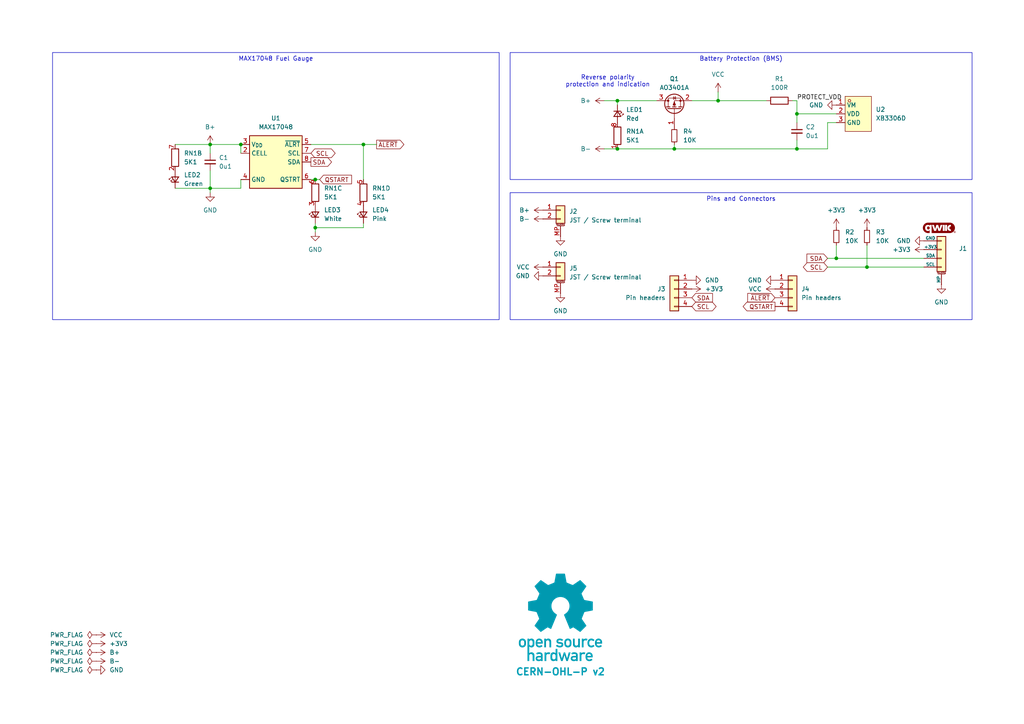
<source format=kicad_sch>
(kicad_sch (version 20231120) (generator "eeschema") (generator_version "8.0")
  (paper "A4")
  (lib_symbols
    (symbol "Connector_Generic:Conn_01x04" (pin_names (offset 1.016) hide)
      (property "Reference" "J" (at 0 5.08 0))
      (property "Value" "Conn_01x04" (at 0 -7.62 0))
      (symbol "Conn_01x04_1_1"
        (rectangle (start -1.27 -4.953) (end 0 -5.207) (stroke (width 0.1524)))
        (rectangle (start -1.27 -2.413) (end 0 -2.667) (stroke (width 0.1524)))
        (rectangle (start -1.27 0.127) (end 0 -0.127) (stroke (width 0.1524)))
        (rectangle (start -1.27 2.667) (end 0 2.413) (stroke (width 0.1524)))
        (rectangle (start -1.27 3.81) (end 1.27 -6.35) (stroke (width 0.254)) (fill (type background)))
        (pin passive line (at -5.08 2.54 0) (length 3.81) (name "Pin_1") (number "1"))
        (pin passive line (at -5.08 0 0) (length 3.81) (name "Pin_2") (number "2"))
        (pin passive line (at -5.08 -2.54 0) (length 3.81) (name "Pin_3") (number "3"))
        (pin passive line (at -5.08 -5.08 0) (length 3.81) (name "Pin_4") (number "4"))
      )
    )
    (symbol "Connector_Generic_MountingPin:Conn_01x02_MountingPin" (pin_names (offset 1.016) hide)
      (property "Reference" "J" (at 0 2.54 0))
      (property "Value" "Conn_01x02_MountingPin" (at 1.27 -5.08 0))
      (symbol "Conn_01x02_MountingPin_1_1"
        (rectangle (start -1.27 -2.413) (end 0 -2.667) (stroke (width 0.1524)))
        (rectangle (start -1.27 0.127) (end 0 -0.127) (stroke (width 0.1524)))
        (rectangle (start -1.27 1.27) (end 1.27 -3.81) (stroke (width 0.254)) (fill (type background)))
        (polyline (pts (xy -1.016 -4.572) (xy 1.016 -4.572)) (stroke (width 0.1524)))
        (text "Mounting" (at 0 -4.191 0) (effects (font (size 0.381 0.381))))
        (pin passive line (at -5.08 0 0) (length 3.81) (name "Pin_1") (number "1"))
        (pin passive line (at -5.08 -2.54 0) (length 3.81) (name "Pin_2") (number "2"))
        (pin passive line (at 0 -7.62 90) (length 3.048) (name "MountPin") (number "MP"))
      )
    )
    (symbol "Device:C_Small" (pin_numbers hide) (pin_names (offset 0.254) hide)
      (property "Reference" "C" (at 0.254 1.778 0))
      (property "Value" "C_Small" (at 0.254 -2.032 0))
      (symbol "C_Small_0_1"
        (polyline (pts (xy -1.524 -0.508) (xy 1.524 -0.508)) (stroke (width 0.3302)))
        (polyline (pts (xy -1.524 0.508) (xy 1.524 0.508)) (stroke (width 0.3048)))
      )
      (symbol "C_Small_1_1"
        (pin passive line (at 0 2.54 270) (length 2.032) (name "~") (number "1"))
        (pin passive line (at 0 -2.54 90) (length 2.032) (name "~") (number "2"))
      )
    )
    (symbol "Device:LED_Small" (pin_numbers hide) (pin_names (offset 0.254) hide)
      (property "Reference" "D" (at -1.27 3.175 0))
      (property "Value" "LED_Small" (at -4.445 -2.54 0))
      (symbol "LED_Small_0_1"
        (polyline (pts (xy -0.762 -1.016) (xy -0.762 1.016)) (stroke (width 0.254)))
        (polyline (pts (xy 1.016 0) (xy -0.762 0)))
        (polyline (pts (xy 0.762 -1.016) (xy -0.762 0) (xy 0.762 1.016) (xy 0.762 -1.016)) (stroke (width 0.254)))
        (polyline (pts (xy 0 0.762) (xy -0.508 1.27) (xy -0.254 1.27) (xy -0.508 1.27) (xy -0.508 1.016)))
        (polyline (pts (xy 0.508 1.27) (xy 0 1.778) (xy 0.254 1.778) (xy 0 1.778) (xy 0 1.524)))
      )
      (symbol "LED_Small_1_1"
        (pin passive line (at -2.54 0 0) (length 1.778) (name "K") (number "1"))
        (pin passive line (at 2.54 0 180) (length 1.778) (name "A") (number "2"))
      )
    )
    (symbol "Device:R" (pin_numbers hide) (pin_names (offset 0))
      (property "Reference" "R" (at 2.032 0 90))
      (property "Value" "R" (at 0 0 90))
      (symbol "R_0_1"
        (rectangle (start -1.016 -2.54) (end 1.016 2.54) (stroke (width 0.254)))
      )
      (symbol "R_1_1"
        (pin passive line (at 0 3.81 270) (length 1.27) (name "~") (number "1"))
        (pin passive line (at 0 -3.81 90) (length 1.27) (name "~") (number "2"))
      )
    )
    (symbol "Device:R_Pack04_Split" (pin_names (offset 0) hide)
      (property "Reference" "RN" (at 2.032 0 90))
      (property "Value" "R_Pack04_Split" (at 0 0 90))
      (symbol "R_Pack04_Split_0_1"
        (rectangle (start 1.016 2.54) (end -1.016 -2.54) (stroke (width 0.254)))
      )
      (symbol "R_Pack04_Split_1_1"
        (pin passive line (at 0 -3.81 90) (length 1.27) (name "R1.1") (number "1"))
        (pin passive line (at 0 3.81 270) (length 1.27) (name "R1.2") (number "8"))
      )
      (symbol "R_Pack04_Split_2_1"
        (pin passive line (at 0 -3.81 90) (length 1.27) (name "R2.1") (number "2"))
        (pin passive line (at 0 3.81 270) (length 1.27) (name "R2.2") (number "7"))
      )
      (symbol "R_Pack04_Split_3_1"
        (pin passive line (at 0 -3.81 90) (length 1.27) (name "R3.1") (number "3"))
        (pin passive line (at 0 3.81 270) (length 1.27) (name "R3.2") (number "6"))
      )
      (symbol "R_Pack04_Split_4_1"
        (pin passive line (at 0 -3.81 90) (length 1.27) (name "R4.1") (number "4"))
        (pin passive line (at 0 3.81 270) (length 1.27) (name "R4.2") (number "5"))
      )
    )
    (symbol "Device:R_Small" (pin_numbers hide) (pin_names (offset 0.254) hide)
      (property "Reference" "R" (at 0.762 0.508 0))
      (property "Value" "R_Small" (at 0.762 -1.016 0))
      (symbol "R_Small_0_1"
        (rectangle (start -0.762 1.778) (end 0.762 -1.778) (stroke (width 0.2032)))
      )
      (symbol "R_Small_1_1"
        (pin passive line (at 0 2.54 270) (length 0.762) (name "~") (number "1"))
        (pin passive line (at 0 -2.54 90) (length 0.762) (name "~") (number "2"))
      )
    )
    (symbol "Transistor_FET:AO3401A" (pin_names hide)
      (property "Reference" "Q" (at 5.08 1.905 0))
      (property "Value" "AO3401A" (at 5.08 0 0))
      (symbol "AO3401A_0_1"
        (polyline (pts (xy 0.254 0) (xy -2.54 0)))
        (polyline (pts (xy 0.254 1.905) (xy 0.254 -1.905)) (stroke (width 0.254)))
        (polyline (pts (xy 0.762 -1.27) (xy 0.762 -2.286)) (stroke (width 0.254)))
        (polyline (pts (xy 0.762 0.508) (xy 0.762 -0.508)) (stroke (width 0.254)))
        (polyline (pts (xy 0.762 2.286) (xy 0.762 1.27)) (stroke (width 0.254)))
        (polyline (pts (xy 2.54 2.54) (xy 2.54 1.778)))
        (polyline (pts (xy 2.54 -2.54) (xy 2.54 0) (xy 0.762 0)))
        (polyline (pts (xy 0.762 1.778) (xy 3.302 1.778) (xy 3.302 -1.778) (xy 0.762 -1.778)))
        (polyline (pts (xy 2.286 0) (xy 1.27 0.381) (xy 1.27 -0.381) (xy 2.286 0)) (fill (type outline)))
        (polyline (pts (xy 2.794 -0.508) (xy 2.921 -0.381) (xy 3.683 -0.381) (xy 3.81 -0.254)))
        (polyline (pts (xy 3.302 -0.381) (xy 2.921 0.254) (xy 3.683 0.254) (xy 3.302 -0.381)))
        (circle (center 1.651 0) (radius 2.794) (stroke (width 0.254)))
        (circle (center 2.54 -1.778) (radius 0.254) (fill (type outline)))
        (circle (center 2.54 1.778) (radius 0.254) (fill (type outline)))
      )
      (symbol "AO3401A_1_1"
        (pin input line (at -5.08 0 0) (length 2.54) (name "G") (number "1"))
        (pin passive line (at 2.54 -5.08 90) (length 2.54) (name "S") (number "2"))
        (pin passive line (at 2.54 5.08 270) (length 2.54) (name "D") (number "3"))
      )
    )
    (symbol "connectors:Qwiic" (pin_numbers hide) (pin_names (offset 0))
      (property "Reference" "J" (at 2.54 0 0))
      (symbol "Qwiic_1_0"
        (polyline (pts (xy 3.8814 5.2319) (xy 3.8938 5.2307) (xy 3.9055 5.2287) (xy 3.9111 5.2274) (xy 3.9164 5.226) (xy 3.9216 5.2243) (xy 3.9265 5.2225) (xy 3.9312 5.2204) (xy 3.9358 5.2182) (xy 3.9401 5.2158) (xy 3.9442 5.2132) (xy 3.9482 5.2105) (xy 3.9519 5.2075) (xy 3.9554 5.2044) (xy 3.9586 5.2011) (xy 3.9617 5.1977) (xy 3.9645 5.194) (xy 3.9672 5.1902) (xy 3.9696 5.1863) (xy 3.9718 5.1821) (xy 3.9737 5.1779) (xy 3.9755 5.1734) (xy 3.977 5.1688) (xy 3.9783 5.164) (xy 3.9793 5.1591) (xy 3.9801 5.154) (xy 3.9807 5.1488) (xy 3.9811 5.1434) (xy 3.9812 5.1378) (xy 3.981 5.1299) (xy 3.9803 5.1223) (xy 3.9793 5.115) (xy 3.9778 5.108) (xy 3.9759 5.1013) (xy 3.9735 5.0949) (xy 3.9708 5.0888) (xy 3.9677 5.0831) (xy 3.9642 5.0777) (xy 3.9603 5.0726) (xy 3.956 5.0678) (xy 3.9513 5.0634) (xy 3.9462 5.0594) (xy 3.9408 5.0556) (xy 3.935 5.0522) (xy 3.9289 5.0492) (xy 3.9888 4.9581) (xy 3.9187 4.9581) (xy 3.8749 5.0374) (xy 3.8124 5.0374) (xy 3.8124 4.9581) (xy 3.7517 4.9581) (xy 3.7517 5.0864) (xy 3.8124 5.0864) (xy 3.8681 5.0864) (xy 3.8744 5.0866) (xy 3.8775 5.0868) (xy 3.8804 5.0872) (xy 3.8833 5.0876) (xy 3.886 5.0882) (xy 3.8887 5.0889) (xy 3.8913 5.0896) (xy 3.8938 5.0905) (xy 3.8962 5.0914) (xy 3.8985 5.0925) (xy 3.9007 5.0936) (xy 3.9028 5.0948) (xy 3.9048 5.0962) (xy 3.9067 5.0976) (xy 3.9085 5.0991) (xy 3.9102 5.1007) (xy 3.9118 5.1024) (xy 3.9133 5.1042) (xy 3.9147 5.1061) (xy 3.916 5.108) (xy 3.9172 5.1101) (xy 3.9183 5.1122) (xy 3.9193 5.1145) (xy 3.9201 5.1168) (xy 3.9209 5.1192) (xy 3.9215 5.1217) (xy 3.922 5.1242) (xy 3.9225 5.1269) (xy 3.9227 5.1296) (xy 3.9229 5.1324) (xy 3.923 5.1353) (xy 3.9229 5.1382) (xy 3.9227 5.141) (xy 3.9225 5.1437) (xy 3.922 5.1463) (xy 3.9215 5.1489) (xy 3.9209 5.1513) (xy 3.9201 5.1537) (xy 3.9193 5.156) (xy 3.9183 5.1582) (xy 3.9172 5.1603) (xy 3.916 5.1623) (xy 3.9147 5.1642) (xy 3.9133 5.1661) (xy 3.9118 5.1678) (xy 3.9102 5.1695) (xy 3.9085 5.171) (xy 3.9067 5.1725) (xy 3.9048 5.1739) (xy 3.9028 5.1752) (xy 3.9007 5.1764) (xy 3.8985 5.1775) (xy 3.8962 5.1785) (xy 3.8938 5.1794) (xy 3.8913 5.1803) (xy 3.8887 5.181) (xy 3.886 5.1816) (xy 3.8833 5.1822) (xy 3.8804 5.1826) (xy 3.8775 5.1829) (xy 3.8744 5.1832) (xy 3.8713 5.1833) (xy 3.8681 5.1834) (xy 3.8124 5.1834) (xy 3.8124 5.0864) (xy 3.7517 5.0864) (xy 3.7517 5.2323) (xy 3.8681 5.2323) (xy 3.8814 5.2319)) (stroke (width -0.0001)) (fill (type outline)))
        (polyline (pts (xy -3.7615 6.7106) (xy -3.7413 6.7091) (xy -3.7216 6.7066) (xy -3.7023 6.7032) (xy -3.6835 6.6987) (xy -3.6652 6.6934) (xy -3.6474 6.6871) (xy -3.6301 6.6799) (xy -3.6134 6.6718) (xy -3.5972 6.6629) (xy -3.5815 6.6531) (xy -3.5665 6.6424) (xy -3.552 6.631) (xy -3.5381 6.6187) (xy -3.5249 6.6056) (xy -3.5123 6.5917) (xy -3.5003 6.5771) (xy -3.489 6.5617) (xy -3.4784 6.5456) (xy -3.4685 6.5288) (xy -3.4593 6.5113) (xy -3.4508 6.4931) (xy -3.443 6.4742) (xy -3.4361 6.4547) (xy -3.4298 6.4345) (xy -3.4244 6.4137) (xy -3.4197 6.3923) (xy -3.4159 6.3704) (xy -3.4129 6.3478) (xy -3.4107 6.3247) (xy -3.4094 6.3011) (xy -3.409 6.2769) (xy -3.4094 6.253) (xy -3.4107 6.2296) (xy -3.4129 6.2067) (xy -3.4159 6.1844) (xy -3.4197 6.1626) (xy -3.4244 6.1413) (xy -3.4298 6.1206) (xy -3.4361 6.1005) (xy -3.443 6.081) (xy -3.4508 6.0622) (xy -3.4593 6.044) (xy -3.4685 6.0265) (xy -3.4784 6.0096) (xy -3.489 5.9934) (xy -3.5003 5.978) (xy -3.5123 5.9633) (xy -3.5249 5.9494) (xy -3.5381 5.9362) (xy -3.552 5.9238) (xy -3.5665 5.9123) (xy -3.5815 5.9015) (xy -3.5972 5.8916) (xy -3.6134 5.8825) (xy -3.6301 5.8744) (xy -3.6474 5.8671) (xy -3.6652 5.8607) (xy -3.6835 5.8553) (xy -3.7023 5.8508) (xy -3.7216 5.8473) (xy -3.7413 5.8448) (xy -3.7615 5.8432) (xy -3.7821 5.8427) (xy -3.803 5.8432) (xy -3.8234 5.8448) (xy -3.8434 5.8473) (xy -3.8629 5.8508) (xy -3.8819 5.8553) (xy -3.9004 5.8607) (xy -3.9184 5.8671) (xy -3.9359 5.8744) (xy -3.9528 5.8825) (xy -3.9691 5.8916) (xy -3.9849 5.9015) (xy -4.0001 5.9123) (xy -4.0147 5.9238) (xy -4.0286 5.9362) (xy -4.042 5.9494) (xy -4.0547 5.9633) (xy -4.0667 5.978) (xy -4.0781 5.9934) (xy -4.0887 6.0096) (xy -4.0987 6.0265) (xy -4.108 6.044) (xy -4.1165 6.0622) (xy -4.1242 6.081) (xy -4.1313 6.1005) (xy -4.1375 6.1206) (xy -4.143 6.1413) (xy -4.1476 6.1626) (xy -4.1515 6.1844) (xy -4.1545 6.2067) (xy -4.1567 6.2296) (xy -4.158 6.253) (xy -4.1584 6.2769) (xy -4.158 6.3008) (xy -4.1567 6.3242) (xy -4.1545 6.3471) (xy -4.1515 6.3694) (xy -4.1476 6.3913) (xy -4.143 6.4125) (xy -4.1375 6.4332) (xy -4.1313 6.4533) (xy -4.1242 6.4728) (xy -4.1165 6.4916) (xy -4.108 6.5098) (xy -4.0987 6.5274) (xy -4.0887 6.5442) (xy -4.0781 6.5604) (xy -4.0667 6.5758) (xy -4.0547 6.5905) (xy -4.042 6.6045) (xy -4.0286 6.6176) (xy -4.0147 6.63) (xy -4.0001 6.6416) (xy -3.9849 6.6523) (xy -3.9691 6.6622) (xy -3.9528 6.6713) (xy -3.9359 6.6795) (xy -3.9184 6.6867) (xy -3.9004 6.6931) (xy -3.8819 6.6985) (xy -3.8629 6.703) (xy -3.8434 6.7065) (xy -3.8234 6.7091) (xy -3.803 6.7106) (xy -3.7821 6.7111) (xy -3.7615 6.7106)) (stroke (width -0.0001)) (fill (type outline)))
        (polyline (pts (xy 3.8755 5.3729) (xy 3.8902 5.3717) (xy 3.9046 5.3699) (xy 3.9188 5.3674) (xy 3.9327 5.3642) (xy 3.9464 5.3603) (xy 3.9597 5.3558) (xy 3.9727 5.3506) (xy 3.9854 5.3448) (xy 3.9977 5.3385) (xy 4.0097 5.3316) (xy 4.0212 5.3241) (xy 4.0324 5.3161) (xy 4.0431 5.3076) (xy 4.0534 5.2986) (xy 4.0633 5.2891) (xy 4.0726 5.2791) (xy 4.0815 5.2687) (xy 4.0899 5.2579) (xy 4.0978 5.2467) (xy 4.1051 5.2351) (xy 4.1119 5.2231) (xy 4.1181 5.2108) (xy 4.1237 5.1981) (xy 4.1287 5.1851) (xy 4.1332 5.1719) (xy 4.1369 5.1583) (xy 4.1401 5.1445) (xy 4.1425 5.1305) (xy 4.1443 5.1163) (xy 4.1454 5.1018) (xy 4.1457 5.0872) (xy 4.1454 5.0726) (xy 4.1443 5.0582) (xy 4.1425 5.044) (xy 4.14 5.03) (xy 4.1369 5.0162) (xy 4.1331 5.0027) (xy 4.1286 4.9894) (xy 4.1236 4.9764) (xy 4.1179 4.9637) (xy 4.1117 4.9513) (xy 4.1048 4.9392) (xy 4.0975 4.9275) (xy 4.0895 4.9162) (xy 4.0811 4.9053) (xy 4.0722 4.8948) (xy 4.0627 4.8848) (xy 4.0528 4.8752) (xy 4.0425 4.8661) (xy 4.0317 4.8574) (xy 4.0204 4.8493) (xy 4.0088 4.8418) (xy 3.9968 4.8347) (xy 3.9844 4.8283) (xy 3.9717 4.8225) (xy 3.9586 4.8172) (xy 3.9452 4.8126) (xy 3.9315 4.8087) (xy 3.9174 4.8054) (xy 3.9032 4.8028) (xy 3.8886 4.801) (xy 3.8738 4.7998) (xy 3.8588 4.7995) (xy 3.8439 4.7998) (xy 3.8292 4.801) (xy 3.8148 4.8028) (xy 3.8006 4.8053) (xy 3.7867 4.8086) (xy 3.7731 4.8125) (xy 3.7598 4.817) (xy 3.7468 4.8222) (xy 3.7341 4.828) (xy 3.7219 4.8344) (xy 3.7099 4.8413) (xy 3.6984 4.8488) (xy 3.6873 4.8568) (xy 3.6766 4.8654) (xy 3.6664 4.8744) (xy 3.6566 4.8839) (xy 3.6472 4.8939) (xy 3.6384 4.9043) (xy 3.63 4.9152) (xy 3.6222 4.9264) (xy 3.6149 4.938) (xy 3.6082 4.95) (xy 3.602 4.9623) (xy 3.5964 4.975) (xy 3.5914 4.9879) (xy 3.587 5.0011) (xy 3.5833 5.0146) (xy 3.5801 5.0284) (xy 3.5777 5.0424) (xy 3.5759 5.0566) (xy 3.5749 5.071) (xy 3.5745 5.0855) (xy 3.6352 5.0855) (xy 3.6355 5.0741) (xy 3.6364 5.0628) (xy 3.6377 5.0517) (xy 3.6397 5.0408) (xy 3.6421 5.0301) (xy 3.645 5.0195) (xy 3.6485 5.0092) (xy 3.6524 4.9991) (xy 3.6568 4.9892) (xy 3.6616 4.9796) (xy 3.6669 4.9703) (xy 3.6726 4.9613) (xy 3.6788 4.9525) (xy 3.6853 4.9441) (xy 3.6923 4.936) (xy 3.6996 4.9282) (xy 3.7073 4.9209) (xy 3.7153 4.9138) (xy 3.7237 4.9072) (xy 3.7325 4.901) (xy 3.7415 4.8952) (xy 3.7509 4.8898) (xy 3.7606 4.8848) (xy 3.7705 4.8803) (xy 3.7807 4.8763) (xy 3.7912 4.8728) (xy 3.8019 4.8698) (xy 3.8129 4.8673) (xy 3.8241 4.8653) (xy 3.8355 4.8639) (xy 3.8471 4.863) (xy 3.8588 4.8627) (xy 3.8708 4.863) (xy 3.8825 4.8639) (xy 3.8941 4.8654) (xy 3.9054 4.8674) (xy 3.9165 4.8699) (xy 3.9273 4.873) (xy 3.9379 4.8765) (xy 3.9483 4.8806) (xy 3.9583 4.8852) (xy 3.9681 4.8902) (xy 3.9776 4.8956) (xy 3.9868 4.9015) (xy 3.9956 4.9078) (xy 4.0041 4.9145) (xy 4.0122 4.9216) (xy 4.02 4.9291) (xy 4.0274 4.9369) (xy 4.0344 4.9451) (xy 4.041 4.9536) (xy 4.0472 4.9624) (xy 4.053 4.9715) (xy 4.0584 4.9809) (xy 4.0632 4.9906) (xy 4.0677 5.0005) (xy 4.0716 5.0107) (xy 4.0751 5.021) (xy 4.0781 5.0316) (xy 4.0805 5.0424) (xy 4.0824 5.0534) (xy 4.0838 5.0645) (xy 4.0847 5.0758) (xy 4.085 5.0872) (xy 4.0847 5.0986) (xy 4.0838 5.1099) (xy 4.0825 5.121) (xy 4.0805 5.1319) (xy 4.0781 5.1426) (xy 4.0751 5.1532) (xy 4.0716 5.1635) (xy 4.0677 5.1736) (xy 4.0633 5.1835) (xy 4.0584 5.1931) (xy 4.0531 5.2024) (xy 4.0473 5.2114) (xy 4.0412 5.2202) (xy 4.0346 5.2286) (xy 4.0276 5.2367) (xy 4.0202 5.2444) (xy 4.0125 5.2518) (xy 4.0044 5.2589) (xy 3.9959 5.2655) (xy 3.9872 5.2717) (xy 3.9781 5.2775) (xy 3.9687 5.2829) (xy 3.959 5.2879) (xy 3.949 5.2923) (xy 3.9388 5.2964) (xy 3.9282 5.2999) (xy 3.9175 5.3029) (xy 3.9065 5.3054) (xy 3.8953 5.3074) (xy 3.8839 5.3088) (xy 3.8723 5.3097) (xy 3.8605 5.3099) (xy 3.8487 5.3096) (xy 3.837 5.3088) (xy 3.8255 5.3073) (xy 3.8143 5.3053) (xy 3.8032 5.3028) (xy 3.7924 5.2997) (xy 3.7819 5.2961) (xy 3.7716 5.2921) (xy 3.7616 5.2875) (xy 3.7518 5.2825) (xy 3.7424 5.2771) (xy 3.7333 5.2712) (xy 3.7245 5.2649) (xy 3.716 5.2582) (xy 3.7079 5.2511) (xy 3.7001 5.2436) (xy 3.6927 5.2358) (xy 3.6857 5.2276) (xy 3.6791 5.2191) (xy 3.6729 5.2103) (xy 3.6672 5.2012) (xy 3.6618 5.1918) (xy 3.6569 5.1821) (xy 3.6525 5.1722) (xy 3.6486 5.162) (xy 3.6451 5.1516) (xy 3.6421 5.1411) (xy 3.6397 5.1303) (xy 3.6378 5.1193) (xy 3.6364 5.1082) (xy 3.6355 5.0969) (xy 3.6352 5.0855) (xy 3.5745 5.0855) (xy 3.5749 5.1001) (xy 3.5759 5.1145) (xy 3.5777 5.1287) (xy 3.5802 5.1427) (xy 3.5833 5.1565) (xy 3.5871 5.17) (xy 3.5915 5.1833) (xy 3.5965 5.1963) (xy 3.6022 5.209) (xy 3.6084 5.2214) (xy 3.6152 5.2335) (xy 3.6225 5.2451) (xy 3.6304 5.2565) (xy 3.6388 5.2674) (xy 3.6477 5.2779) (xy 3.6571 5.2879) (xy 3.6669 5.2975) (xy 3.6773 5.3066) (xy 3.688 5.3152) (xy 3.6992 5.3234) (xy 3.7108 5.3309) (xy 3.7228 5.3379) (xy 3.7351 5.3444) (xy 3.7479 5.3502) (xy 3.7609 5.3555) (xy 3.7743 5.3601) (xy 3.788 5.364) (xy 3.802 5.3673) (xy 3.8162 5.3699) (xy 3.8308 5.3717) (xy 3.8455 5.3729) (xy 3.8605 5.3732) (xy 3.8755 5.3729)) (stroke (width -0.0001)) (fill (type outline)))
        (polyline (pts (xy 2.4941 7.8075) (xy 2.5708 7.8016) (xy 2.6463 7.792) (xy 2.7206 7.7788) (xy 2.7936 7.7619) (xy 2.8652 7.7416) (xy 2.9354 7.7179) (xy 3.0039 7.6908) (xy 3.0708 7.6606) (xy 3.1358 7.6273) (xy 3.199 7.5909) (xy 3.2603 7.5517) (xy 3.3194 7.5096) (xy 3.3765 7.4648) (xy 3.4312 7.4174) (xy 3.4836 7.3674) (xy 3.5336 7.315) (xy 3.581 7.2602) (xy 3.6259 7.2032) (xy 3.6679 7.144) (xy 3.7072 7.0828) (xy 3.7435 7.0196) (xy 3.7769 6.9545) (xy 3.8071 6.8877) (xy 3.8341 6.8191) (xy 3.8578 6.749) (xy 3.8782 6.6774) (xy 3.895 6.6044) (xy 3.9083 6.53) (xy 3.9179 6.4545) (xy 3.9237 6.3779) (xy 3.9257 6.3002) (xy 3.9237 6.2225) (xy 3.9179 6.1459) (xy 3.9083 6.0703) (xy 3.895 5.996) (xy 3.8782 5.923) (xy 3.8578 5.8514) (xy 3.8341 5.7813) (xy 3.8071 5.7127) (xy 3.7769 5.6459) (xy 3.7435 5.5808) (xy 3.7072 5.5176) (xy 3.6679 5.4564) (xy 3.6259 5.3972) (xy 3.581 5.3402) (xy 3.5336 5.2854) (xy 3.4836 5.233) (xy 3.4312 5.183) (xy 3.3765 5.1356) (xy 3.3194 5.0908) (xy 3.2603 5.0487) (xy 3.199 5.0095) (xy 3.1358 4.9731) (xy 3.0708 4.9398) (xy 3.0039 4.9096) (xy 2.9354 4.8825) (xy 2.8652 4.8588) (xy 2.7936 4.8385) (xy 2.7206 4.8216) (xy 2.6463 4.8083) (xy 2.5708 4.7988) (xy 2.4941 4.7929) (xy 2.4164 4.791) (xy -2.8365 4.791) (xy -2.8365 7.155) (xy -2.7464 7.155) (xy -2.1128 5.4149) (xy -1.5467 5.4149) (xy -1.2122 6.4892) (xy -0.8809 5.4149) (xy -0.3148 5.4149) (xy 0.3863 5.4149) (xy 0.9555 5.4149) (xy 1.0713 5.4149) (xy 1.6406 5.4149) (xy 1.6406 6.2769) (xy 1.7435 6.2769) (xy 1.7445 6.2277) (xy 1.7476 6.1796) (xy 1.7527 6.1325) (xy 1.7599 6.0867) (xy 1.7689 6.042) (xy 1.78 5.9985) (xy 1.7929 5.9563) (xy 1.8076 5.9153) (xy 1.8243 5.8757) (xy 1.8427 5.8374) (xy 1.8628 5.8004) (xy 1.8848 5.7649) (xy 1.9084 5.7307) (xy 1.9337 5.6981) (xy 1.9606 5.6669) (xy 1.9891 5.6373) (xy 2.0192 5.6092) (xy 2.0509 5.5827) (xy 2.084 5.5578) (xy 2.1187 5.5345) (xy 2.1547 5.513) (xy 2.1922 5.4931) (xy 2.2311 5.475) (xy 2.2713 5.4587) (xy 2.3128 5.4442) (xy 2.3557 5.4315) (xy 2.3997 5.4206) (xy 2.445 5.4117) (xy 2.4915 5.4047) (xy 2.5391 5.3997) (xy 2.5878 5.3966) (xy 2.6376 5.3956) (xy 2.6527 5.3957) (xy 2.6677 5.396) (xy 2.6825 5.3965) (xy 2.6973 5.3971) (xy 2.712 5.3979) (xy 2.7265 5.3989) (xy 2.7554 5.4013) (xy 2.7554 5.8674) (xy 2.7447 5.8655) (xy 2.7339 5.8638) (xy 2.723 5.8623) (xy 2.712 5.8611) (xy 2.7009 5.8601) (xy 2.6896 5.8594) (xy 2.6782 5.8589) (xy 2.6666 5.8588) (xy 2.6475 5.8593) (xy 2.6288 5.8607) (xy 2.6104 5.8631) (xy 2.5926 5.8665) (xy 2.5751 5.8707) (xy 2.5581 5.8759) (xy 2.5415 5.8819) (xy 2.5255 5.8889) (xy 2.5099 5.8967) (xy 2.4948 5.9053) (xy 2.4802 5.9148) (xy 2.4662 5.9251) (xy 2.4527 5.9362) (xy 2.4398 5.9481) (xy 2.4275 5.9607) (xy 2.4157 5.9742) (xy 2.4045 5.9883) (xy 2.394 6.0032) (xy 2.3841 6.0188) (xy 2.3748 6.0351) (xy 2.3662 6.0521) (xy 2.3583 6.0698) (xy 2.3511 6.0881) (xy 2.3445 6.1071) (xy 2.3387 6.1267) (xy 2.3336 6.1469) (xy 2.3293 6.1677) (xy 2.3257 6.1891) (xy 2.3208 6.2335) (xy 2.3192 6.2801) (xy 2.3196 6.3034) (xy 2.3208 6.3262) (xy 2.3229 6.3485) (xy 2.3257 6.3703) (xy 2.3293 6.3915) (xy 2.3336 6.4122) (xy 2.3387 6.4323) (xy 2.3445 6.4518) (xy 2.3511 6.4707) (xy 2.3583 6.489) (xy 2.3662 6.5067) (xy 2.3748 6.5237) (xy 2.3841 6.54) (xy 2.394 6.5557) (xy 2.4045 6.5706) (xy 2.4157 6.5849) (xy 2.4275 6.5984) (xy 2.4398 6.6111) (xy 2.4527 6.6231) (xy 2.4662 6.6343) (xy 2.4802 6.6447) (xy 2.4948 6.6543) (xy 2.5099 6.663) (xy 2.5255 6.6709) (xy 2.5415 6.6779) (xy 2.5581 6.6841) (xy 2.5751 6.6893) (xy 2.5926 6.6937) (xy 2.6104 6.6971) (xy 2.6288 6.6995) (xy 2.6475 6.701) (xy 2.6666 6.7015) (xy 2.6782 6.7013) (xy 2.6896 6.7008) (xy 2.7009 6.7) (xy 2.712 6.6989) (xy 2.7231 6.6976) (xy 2.7339 6.696) (xy 2.7447 6.6941) (xy 2.7554 6.6921) (xy 2.7554 7.1687) (xy 2.728 7.171) (xy 2.7142 7.172) (xy 2.7004 7.1728) (xy 2.6864 7.1734) (xy 2.6724 7.1739) (xy 2.6583 7.1742) (xy 2.644 7.1743) (xy 2.5939 7.1732) (xy 2.5449 7.1701) (xy 2.497 7.165) (xy 2.4502 7.1579) (xy 2.4046 7.1488) (xy 2.3603 7.1378) (xy 2.3172 7.1249) (xy 2.2754 7.1101) (xy 2.2349 7.0934) (xy 2.1957 7.075) (xy 2.158 7.0548) (xy 2.1216 7.0328) (xy 2.0868 7.0092) (xy 2.0534 6.9838) (xy 2.0215 6.9568) (xy 1.9911 6.9282) (xy 1.9624 6.8981) (xy 1.9352 6.8663) (xy 1.9098 6.8331) (xy 1.8859 6.7983) (xy 1.8639 6.7621) (xy 1.8435 6.7245) (xy 1.825 6.6855) (xy 1.8082 6.6451) (xy 1.7933 6.6034) (xy 1.7803 6.5604) (xy 1.7692 6.5161) (xy 1.76 6.4706) (xy 1.7528 6.4239) (xy 1.7476 6.376) (xy 1.7445 6.327) (xy 1.7435 6.2769) (xy 1.6406 6.2769) (xy 1.6406 7.155) (xy 1.0713 7.155) (xy 1.0713 5.4149) (xy 0.9555 5.4149) (xy 0.9555 7.155) (xy 0.3863 7.155) (xy 0.3863 5.4149) (xy -0.3148 5.4149) (xy 0.322 7.155) (xy -0.2377 7.155) (xy -0.585 5.9778) (xy -0.9292 7.155) (xy -1.476 7.155) (xy -1.8169 5.9778) (xy -2.1643 7.155) (xy -2.7464 7.155) (xy -2.8365 7.155) (xy -3.409 7.155) (xy -3.409 6.9266) (xy -3.4325 6.9554) (xy -3.4575 6.9825) (xy -3.4837 7.008) (xy -3.5113 7.0318) (xy -3.5401 7.0539) (xy -3.5702 7.0742) (xy -3.6016 7.0928) (xy -3.6341 7.1096) (xy -3.6679 7.1245) (xy -3.7028 7.1375) (xy -3.739 7.1486) (xy -3.7762 7.1578) (xy -3.8147 7.1649) (xy -3.8542 7.1701) (xy -3.8948 7.1732) (xy -3.9365 7.1743) (xy -3.9809 7.1733) (xy -4.0244 7.1702) (xy -4.0669 7.1652) (xy -4.1084 7.1582) (xy -4.1487 7.1493) (xy -4.1881 7.1384) (xy -4.2262 7.1257) (xy -4.2633 7.1112) (xy -4.2992 7.0949) (xy -4.3338 7.0768) (xy -4.3673 7.0569) (xy -4.3995 7.0354) (xy -4.4304 7.0121) (xy -4.4599 6.9873) (xy -4.4882 6.9607) (xy -4.515 6.9327) (xy -4.5405 6.903) (xy -4.5645 6.8718) (xy -4.587 6.8392) (xy -4.6081 6.8051) (xy -4.6277 6.7695) (xy -4.6457 6.7326) (xy -4.6621 6.6942) (xy -4.6769 6.6546) (xy -4.6901 6.6136) (xy -4.7016 6.5714) (xy -4.7114 6.5279) (xy -4.7195 6.4832) (xy -4.7259 6.4374) (xy -4.7304 6.3904) (xy -4.7332 6.3422) (xy -4.7341 6.293) (xy -4.7332 6.2429) (xy -4.7304 6.1938) (xy -4.7258 6.1459) (xy -4.7194 6.0992) (xy -4.7112 6.0536) (xy -4.7012 6.0092) (xy -4.6896 5.9661) (xy -4.6762 5.9243) (xy -4.6612 5.8838) (xy -4.6446 5.8447) (xy -4.6264 5.8069) (xy -4.6066 5.7706) (xy -4.5852 5.7357) (xy -4.5624 5.7023) (xy -4.538 5.6704) (xy -4.5122 5.6401) (xy -4.485 5.6113) (xy -4.4563 5.5842) (xy -4.4263 5.5587) (xy -4.3949 5.5349) (xy -4.3622 5.5128) (xy -4.3282 5.4924) (xy -4.293 5.4739) (xy -4.2565 5.4571) (xy -4.2188 5.4422) (xy -4.1799 5.4292) (xy -4.1399 5.4181) (xy -4.0988 5.4089) (xy -4.0566 5.4018) (xy -4.0133 5.3966) (xy -3.9689 5.3935) (xy -3.9236 5.3924) (xy -3.8831 5.3934) (xy -3.8436 5.3965) (xy -3.8051 5.4015) (xy -3.7677 5.4085) (xy -3.7313 5.4175) (xy -3.696 5.4284) (xy -3.6619 5.4412) (xy -3.6289 5.4559) (xy -3.5971 5.4726) (xy -3.5664 5.491) (xy -3.537 5.5114) (xy -3.5088 5.5335) (xy -3.4819 5.5575) (xy -3.4563 5.5833) (xy -3.4319 5.6108) (xy -3.409 5.6401) (xy -3.409 4.791) (xy -3.8757 4.791) (xy -3.9534 4.7929) (xy -4.03 4.7988) (xy -4.1055 4.8083) (xy -4.1799 4.8216) (xy -4.2529 4.8385) (xy -4.3245 4.8588) (xy -4.3946 4.8825) (xy -4.4632 4.9096) (xy -4.53 4.9398) (xy -4.5951 4.9731) (xy -4.6583 5.0095) (xy -4.7195 5.0487) (xy -4.7787 5.0908) (xy -4.8357 5.1356) (xy -4.8905 5.183) (xy -4.9429 5.233) (xy -4.9929 5.2854) (xy -5.0403 5.3402) (xy -5.0851 5.3972) (xy -5.1272 5.4564) (xy -5.1664 5.5176) (xy -5.2028 5.5808) (xy -5.2361 5.6459) (xy -5.2663 5.7127) (xy -5.2934 5.7813) (xy -5.3171 5.8514) (xy -5.3374 5.923) (xy -5.3543 5.996) (xy -5.3675 6.0703) (xy -5.3771 6.1459) (xy -5.383 6.2225) (xy -5.3849 6.3002) (xy -5.383 6.3779) (xy -5.3771 6.4545) (xy -5.3675 6.53) (xy -5.3543 6.6044) (xy -5.3374 6.6774) (xy -5.3171 6.749) (xy -5.2934 6.8191) (xy -5.2663 6.8877) (xy -5.2361 6.9545) (xy -5.2028 7.0196) (xy -5.1664 7.0828) (xy -5.1272 7.144) (xy -5.0851 7.2032) (xy -5.0403 7.2602) (xy -4.9929 7.315) (xy -4.9429 7.3674) (xy -4.8905 7.4174) (xy -4.8357 7.4648) (xy -4.7787 7.5096) (xy -4.7195 7.5517) (xy -4.6583 7.5909) (xy -4.5951 7.6273) (xy -4.53 7.6606) (xy -4.4632 7.6908) (xy -4.3946 7.7179) (xy -4.3245 7.7416) (xy -4.2529 7.7619) (xy -4.1799 7.7788) (xy -4.1055 7.792) (xy -4.03 7.8016) (xy -3.9534 7.8075) (xy -3.8757 7.8094) (xy 2.4164 7.8094) (xy 2.4941 7.8075)) (stroke (width -0.0001)) (fill (type outline)))
      )
      (symbol "Qwiic_1_1"
        (rectangle (start -1.27 -4.953) (end 0 -5.207) (stroke (width 0.1524)))
        (rectangle (start -1.27 -2.413) (end 0 -2.667) (stroke (width 0.1524)))
        (rectangle (start -1.27 0.127) (end 0 -0.127) (stroke (width 0.1524)))
        (rectangle (start -1.27 2.667) (end 0 2.413) (stroke (width 0.1524)))
        (rectangle (start -1.27 3.81) (end 1.27 -6.35) (stroke (width 0.254)) (fill (type background)))
        (polyline (pts (xy -1.016 -7.112) (xy 1.016 -7.112)) (stroke (width 0.1524)))
        (text "Mounting" (at 0 -6.731 0) (effects (font (size 0.381 0.381))))
        (pin passive line (at -5.08 2.54 0) (length 3.81) (name "GND") (number "1"))
        (pin passive line (at -5.08 0 0) (length 3.81) (name "+3V3") (number "2"))
        (pin passive line (at -5.08 -2.54 0) (length 3.81) (name "SDA") (number "3"))
        (pin passive line (at -5.08 -5.08 0) (length 3.81) (name "SCL") (number "4"))
        (pin passive line (at 0 -10.16 90) (length 3.048) (name "MP") (number "MP"))
      )
    )
    (symbol "lcsc:MAX17048"
      (property "Reference" "U" (at -6.985 11.43 0))
      (property "Value" "MAX17048" (at 8.255 11.43 0))
      (symbol "MAX17048_0_1"
        (rectangle (start -7.62 7.62) (end 7.62 -7.62) (stroke (width 0.254)) (fill (type background)))
      )
      (symbol "MAX17048_1_1"
        (pin passive line (at -10.16 -5.08 0) (length 2.54) hide (name "CTG") (number "1"))
        (pin passive line (at -10.16 2.54 0) (length 2.54) (name "CELL") (number "2"))
        (pin input line (at -10.16 5.08 0) (length 2.54) (name "V_{DD}") (number "3"))
        (pin power_in line (at -10.16 -5.08 0) (length 2.54) (name "GND") (number "4"))
        (pin open_collector line (at 10.16 5.08 180) (length 2.54) (name "~{ALRT}") (number "5"))
        (pin input line (at 10.16 -5.08 180) (length 2.54) (name "QSTRT") (number "6"))
        (pin input line (at 10.16 2.54 180) (length 2.54) (name "SCL") (number "7"))
        (pin bidirectional line (at 10.16 0 180) (length 2.54) (name "SDA") (number "8"))
        (pin power_in line (at -10.16 -5.08 0) (length 2.54) hide (name "EP") (number "9"))
      )
    )
    (symbol "lcsc:XB3306D"
      (property "Reference" "U" (at 0 7.62 0))
      (property "Value" "XB3306D" (at 0 -7.62 0))
      (symbol "XB3306D_0_1"
        (rectangle (start -3.81 5.08) (end 3.81 -5.08) (fill (type background)))
        (circle (center -2.54 3.81) (radius 0.38))
      )
      (symbol "XB3306D_1_1"
        (pin passive line (at -6.35 2.54 0) (length 2.54) (name "VM") (number "1"))
        (pin passive line (at -6.35 0 0) (length 2.54) (name "VDD") (number "2"))
        (pin passive line (at -6.35 -2.54 0) (length 2.54) (name "GND") (number "3"))
      )
    )
    (symbol "power:GND" (power) (pin_numbers hide) (pin_names (offset 0) hide)
      (property "Value" "GND" (at 0 -3.81 0))
      (symbol "GND_0_1"
        (polyline (pts (xy 0 0) (xy 0 -1.27) (xy 1.27 -1.27) (xy 0 -2.54) (xy -1.27 -1.27) (xy 0 -1.27)))
      )
      (symbol "GND_1_1"
        (pin power_in line (at 0 0 270) (length 0) (name "~") (number "1"))
      )
    )
    (symbol "power:PWR_FLAG" (power) (pin_numbers hide) (pin_names (offset 0) hide)
      (property "Value" "PWR_FLAG" (at 0 3.81 0))
      (symbol "PWR_FLAG_0_0"
        (pin power_out line (at 0 0 90) (length 0) (name "~") (number "1"))
      )
      (symbol "PWR_FLAG_0_1"
        (polyline (pts (xy 0 0) (xy 0 1.27) (xy -1.016 1.905) (xy 0 2.54) (xy 1.016 1.905) (xy 0 1.27)))
      )
    )
    (symbol "power:VCC" (power) (pin_numbers hide) (pin_names (offset 0) hide)
      (property "Value" "VCC" (at 0 3.556 0))
      (symbol "VCC_0_1"
        (polyline (pts (xy -0.762 1.27) (xy 0 2.54)))
        (polyline (pts (xy 0 0) (xy 0 2.54)))
        (polyline (pts (xy 0 2.54) (xy 0.762 1.27)))
      )
      (symbol "VCC_1_1"
        (pin power_in line (at 0 0 90) (length 0) (name "~") (number "1"))
      )
    )
  )
  (junction (at 60.96 41.91))
  (junction (at 231.14 43.18))
  (junction (at 208.28 29.21))
  (junction (at 69.85 41.91))
  (junction (at 195.58 43.18))
  (junction (at 105.41 41.91))
  (junction (at 251.46 77.47))
  (junction (at 231.14 33.02))
  (junction (at 91.44 52.07))
  (junction (at 91.44 66.04))
  (junction (at 179.07 29.21))
  (junction (at 242.57 74.93))
  (junction (at 179.07 43.18))
  (junction (at 60.96 54.61))
  (wire (pts (xy 60.96 49.53) (xy 60.96 54.61)))
  (wire (pts (xy 105.41 41.91) (xy 105.41 52.07)))
  (wire (pts (xy 231.14 43.18) (xy 240.03 43.18)))
  (wire (pts (xy 240.03 74.93) (xy 242.57 74.93)))
  (wire (pts (xy 50.8 54.61) (xy 60.96 54.61)))
  (wire (pts (xy 105.41 66.04) (xy 91.44 66.04)))
  (wire (pts (xy 69.85 54.61) (xy 69.85 52.07)))
  (wire (pts (xy 90.17 41.91) (xy 105.41 41.91)))
  (wire (pts (xy 231.14 29.21) (xy 231.14 33.02)))
  (wire (pts (xy 251.46 77.47) (xy 267.97 77.47)))
  (wire (pts (xy 105.41 41.91) (xy 109.22 41.91)))
  (wire (pts (xy 231.14 33.02) (xy 242.57 33.02)))
  (wire (pts (xy 91.44 64.77) (xy 91.44 66.04)))
  (wire (pts (xy 195.58 43.18) (xy 231.14 43.18)))
  (wire (pts (xy 231.14 29.21) (xy 229.87 29.21)))
  (wire (pts (xy 242.57 71.12) (xy 242.57 74.93)))
  (wire (pts (xy 200.66 29.21) (xy 208.28 29.21)))
  (wire (pts (xy 50.8 41.91) (xy 60.96 41.91)))
  (wire (pts (xy 90.17 52.07) (xy 91.44 52.07)))
  (wire (pts (xy 179.07 43.18) (xy 195.58 43.18)))
  (wire (pts (xy 179.07 29.21) (xy 190.5 29.21)))
  (wire (pts (xy 69.85 41.91) (xy 69.85 44.45)))
  (wire (pts (xy 240.03 77.47) (xy 251.46 77.47)))
  (wire (pts (xy 60.96 55.88) (xy 60.96 54.61)))
  (wire (pts (xy 91.44 66.04) (xy 91.44 67.31)))
  (wire (pts (xy 251.46 71.12) (xy 251.46 77.47)))
  (wire (pts (xy 240.03 43.18) (xy 240.03 35.56)))
  (wire (pts (xy 60.96 54.61) (xy 69.85 54.61)))
  (wire (pts (xy 231.14 40.64) (xy 231.14 43.18)))
  (wire (pts (xy 175.26 29.21) (xy 179.07 29.21)))
  (wire (pts (xy 60.96 41.91) (xy 60.96 44.45)))
  (wire (pts (xy 208.28 29.21) (xy 222.25 29.21)))
  (wire (pts (xy 240.03 35.56) (xy 242.57 35.56)))
  (wire (pts (xy 105.41 64.77) (xy 105.41 66.04)))
  (wire (pts (xy 60.96 41.91) (xy 69.85 41.91)))
  (wire (pts (xy 175.26 43.18) (xy 179.07 43.18)))
  (wire (pts (xy 242.57 74.93) (xy 267.97 74.93)))
  (wire (pts (xy 195.58 41.91) (xy 195.58 43.18)))
  (wire (pts (xy 179.07 29.21) (xy 179.07 30.48)))
  (wire (pts (xy 208.28 26.67) (xy 208.28 29.21)))
  (wire (pts (xy 91.44 52.07) (xy 92.71 52.07)))
  (wire (pts (xy 231.14 33.02) (xy 231.14 35.56)))
  (image (at 162.56 179.07) (scale 0.37481))
  (text_box "MAX17048 Fuel Gauge" (at 15.24 15.24 0) (size 129.54 77.47) (effects (font (size 1.27 1.27)) (justify top)))
  (text_box "Pins and Connectors" (at 147.955 55.88 0) (size 133.985 36.83) (effects (font (size 1.27 1.27)) (justify top)))
  (text_box "Battery Protection (BMS)" (at 147.955 15.24 0) (size 133.985 36.83) (effects (font (size 1.27 1.27)) (justify top)))
  (text "CERN-OHL-P v2" (at 162.56 195.072 0) (effects (font (size 2 2) (thickness 0.4) (bold yes))))
  (text "Reverse polarity\nprotection and indication" (at 176.276 23.622 0) (effects (font (size 1.27 1.27))))
  (label "PROTECT_VDD" (at 231.14 29.21 0))
  (global_label "SDA" (shape input) (at 240.03 74.93 180) (property "Intersheetrefs" "${INTERSHEET_REFS}" (effects (hide yes))))
  (global_label "~{ALERT}" (shape input) (at 224.79 86.36 180) (property "Intersheetrefs" "${INTERSHEET_REFS}" (effects (hide yes))))
  (global_label "SCL" (shape bidirectional) (at 240.03 77.47 180) (property "Intersheetrefs" "${INTERSHEET_REFS}" (effects (hide yes))))
  (global_label "~{ALERT}" (shape output) (at 109.22 41.91 0) (property "Intersheetrefs" "${INTERSHEET_REFS}" (effects (hide yes))))
  (global_label "SCL" (shape bidirectional) (at 200.66 88.9 0) (property "Intersheetrefs" "${INTERSHEET_REFS}" (effects (hide yes))))
  (global_label "QSTART" (shape input) (at 92.71 52.07 0) (property "Intersheetrefs" "${INTERSHEET_REFS}" (effects (hide yes))))
  (global_label "SDA" (shape output) (at 90.17 46.99 0) (property "Intersheetrefs" "${INTERSHEET_REFS}" (effects (hide yes))))
  (global_label "QSTART" (shape output) (at 224.79 88.9 180) (property "Intersheetrefs" "${INTERSHEET_REFS}" (effects (hide yes))))
  (global_label "SCL" (shape bidirectional) (at 90.17 44.45 0) (property "Intersheetrefs" "${INTERSHEET_REFS}" (effects (hide yes))))
  (global_label "SDA" (shape input) (at 200.66 86.36 0) (property "Intersheetrefs" "${INTERSHEET_REFS}" (effects (hide yes))))
  (symbol (lib_id "Device:LED_Small") (at 91.44 62.23 90) (unit 1)
    (property "Reference" "LED3" (at 93.98 60.8964 90) (effects (justify right)))
    (property "Value" "White" (at 93.98 63.4364 90) (effects (justify right)))
    (property "Footprint" "custom:LED_0603_1608Metric_Pad1.05x0.95mm_HandSolder_simple" (effects (hide yes)))
    (property "Description" "Light emitting diode, small symbol" (effects (hide yes)))
    (property "LCSC Part" "C2286" (effects (hide yes)))
  )
  (symbol (lib_id "Device:R_Small") (at 251.46 68.58 0) (unit 1)
    (property "Reference" "R3" (at 254 67.3099 0) (effects (justify left)))
    (property "Value" "10K" (at 254 69.8499 0) (effects (justify left)))
    (property "Footprint" "custom:R_0603_1608Metric_simple" (effects (hide yes)))
    (property "Description" "Resistor, small symbol" (effects (hide yes)))
  )
  (symbol (lib_id "power:PWR_FLAG") (at 27.94 184.15 90) (unit 1)
    (property "Reference" "#FLG05" (effects (hide yes)))
    (property "Value" "PWR_FLAG" (at 24.13 184.1499 90) (effects (justify left)))
    (property "Description" "Special symbol for telling ERC where power comes from" (effects (hide yes)))
  )
  (symbol (lib_id "power:VCC") (at 175.26 43.18 90) (unit 1)
    (property "Reference" "#PWR09" (effects (hide yes)))
    (property "Value" "B-" (at 171.45 43.1799 90) (effects (justify left)))
    (property "Description" "Power symbol creates a global label with name \"VCC\"" (effects (hide yes)))
  )
  (symbol (lib_id "Device:C_Small") (at 60.96 46.99 0) (unit 1)
    (property "Reference" "C1" (at 63.5 45.7262 0) (effects (justify left)))
    (property "Value" "0u1" (at 63.5 48.2662 0) (effects (justify left)))
    (property "Footprint" "custom:C_0603_1608Metric" (effects (hide yes)))
    (property "Description" "Unpolarized capacitor, small symbol" (effects (hide yes)))
  )
  (symbol (lib_id "Device:R") (at 226.06 29.21 270) (mirror x) (unit 1)
    (property "Reference" "R1" (at 226.06 22.86 90))
    (property "Value" "100R" (at 226.06 25.4 90))
    (property "Footprint" "custom:R_0603_1608Metric_simple" (effects (hide yes)))
    (property "Description" "Resistor" (effects (hide yes)))
    (property "LCSC Part" "C25076" (effects (hide yes)))
  )
  (symbol (lib_id "power:GND") (at 224.79 81.28 270) (unit 1)
    (property "Reference" "#PWR021" (effects (hide yes)))
    (property "Value" "GND" (at 220.98 81.2799 90) (effects (justify right)))
    (property "Description" "Power symbol creates a global label with name \"GND\" , ground" (effects (hide yes)))
  )
  (symbol (lib_id "power:VCC") (at 242.57 66.04 0) (unit 1)
    (property "Reference" "#PWR019" (effects (hide yes)))
    (property "Value" "+3V3" (at 242.57 60.96 0))
    (property "Description" "Power symbol creates a global label with name \"VCC\"" (effects (hide yes)))
  )
  (symbol (lib_id "power:VCC") (at 267.97 72.39 90) (unit 1)
    (property "Reference" "#PWR017" (effects (hide yes)))
    (property "Value" "+3V3" (at 264.16 72.3899 90) (effects (justify left)))
    (property "Description" "Power symbol creates a global label with name \"VCC\"" (effects (hide yes)))
  )
  (symbol (lib_id "power:VCC") (at 27.94 189.23 270) (unit 1)
    (property "Reference" "#PWR010" (effects (hide yes)))
    (property "Value" "B+" (at 31.75 189.2299 90) (effects (justify left)))
    (property "Description" "Power symbol creates a global label with name \"VCC\"" (effects (hide yes)))
  )
  (symbol (lib_id "Device:LED_Small") (at 179.07 33.02 270) (unit 1)
    (property "Reference" "LED1" (at 181.61 31.8134 90) (effects (justify left)))
    (property "Value" "Red" (at 181.61 34.3534 90) (effects (justify left)))
    (property "Footprint" "custom:LED_0603_1608Metric_Pad1.05x0.95mm_HandSolder_simple" (effects (hide yes)))
    (property "Description" "Light emitting diode, small symbol" (effects (hide yes)))
    (property "LCSC Part" "C2286" (effects (hide yes)))
  )
  (symbol (lib_id "power:VCC") (at 251.46 66.04 0) (unit 1)
    (property "Reference" "#PWR020" (effects (hide yes)))
    (property "Value" "+3V3" (at 251.46 60.96 0))
    (property "Description" "Power symbol creates a global label with name \"VCC\"" (effects (hide yes)))
  )
  (symbol (lib_id "power:GND") (at 267.97 69.85 270) (unit 1)
    (property "Reference" "#PWR05" (effects (hide yes)))
    (property "Value" "GND" (at 264.16 69.8499 90) (effects (justify right)))
    (property "Description" "Power symbol creates a global label with name \"GND\" , ground" (effects (hide yes)))
  )
  (symbol (lib_id "power:VCC") (at 27.94 184.15 270) (unit 1)
    (property "Reference" "#PWR023" (effects (hide yes)))
    (property "Value" "VCC" (at 31.75 184.1499 90) (effects (justify left)))
    (property "Description" "Power symbol creates a global label with name \"VCC\"" (effects (hide yes)))
  )
  (symbol (lib_id "Device:R_Pack04_Split") (at 179.07 39.37 0) (unit 1)
    (property "Reference" "RN1" (at 181.61 38.0999 0) (effects (justify left)))
    (property "Value" "5K1" (at 181.61 40.6399 0) (effects (justify left)))
    (property "Footprint" "Resistor_SMD:R_Array_Convex_4x0603" (effects (hide yes)))
    (property "Description" "4 resistor network, parallel topology, split" (effects (hide yes)))
  )
  (symbol (lib_id "power:VCC") (at 27.94 186.69 270) (unit 1)
    (property "Reference" "#PWR015" (effects (hide yes)))
    (property "Value" "+3V3" (at 31.75 186.6899 90) (effects (justify left)))
    (property "Description" "Power symbol creates a global label with name \"VCC\"" (effects (hide yes)))
  )
  (symbol (lib_id "power:VCC") (at 157.48 77.47 90) (unit 1)
    (property "Reference" "#PWR027" (effects (hide yes)))
    (property "Value" "VCC" (at 153.67 77.4699 90) (effects (justify left)))
    (property "Description" "Power symbol creates a global label with name \"VCC\"" (effects (hide yes)))
  )
  (symbol (lib_id "power:VCC") (at 208.28 26.67 0) (unit 1)
    (property "Reference" "#PWR026" (effects (hide yes)))
    (property "Value" "VCC" (at 208.28 21.59 0))
    (property "Description" "Power symbol creates a global label with name \"VCC\"" (effects (hide yes)))
  )
  (symbol (lib_id "power:VCC") (at 27.94 191.77 270) (unit 1)
    (property "Reference" "#PWR01" (effects (hide yes)))
    (property "Value" "B-" (at 31.75 191.7699 90) (effects (justify left)))
    (property "Description" "Power symbol creates a global label with name \"VCC\"" (effects (hide yes)))
  )
  (symbol (lib_id "power:VCC") (at 157.48 63.5 90) (unit 1)
    (property "Reference" "#PWR012" (effects (hide yes)))
    (property "Value" "B-" (at 153.67 63.4999 90) (effects (justify left)))
    (property "Description" "Power symbol creates a global label with name \"VCC\"" (effects (hide yes)))
  )
  (symbol (lib_id "connectors:Qwiic") (at 273.05 72.39 0) (unit 1)
    (property "Reference" "J1" (at 278.13 72.0793 0) (effects (justify left)))
    (property "Value" "Qwiic" (effects (hide yes)))
    (property "Footprint" "connectors:Qwiic-SMD-horizontal-logo-bottom-pinout" (effects (hide yes)))
    (property "Datasheet" "https://www.sparkfun.com/qwiic" (effects (hide yes)))
    (property "Description" "Qwiic connector, JST SH 1.0mm 1x04" (effects (hide yes)))
  )
  (symbol (lib_id "Device:R_Pack04_Split") (at 105.41 55.88 0) (unit 4)
    (property "Reference" "RN1" (at 107.95 54.6099 0) (effects (justify left)))
    (property "Value" "5K1" (at 107.95 57.1499 0) (effects (justify left)))
    (property "Footprint" "Resistor_SMD:R_Array_Convex_4x0603" (effects (hide yes)))
    (property "Description" "4 resistor network, parallel topology, split" (effects (hide yes)))
  )
  (symbol (lib_id "Device:LED_Small") (at 50.8 52.07 90) (unit 1)
    (property "Reference" "LED2" (at 53.34 50.7364 90) (effects (justify right)))
    (property "Value" "Green" (at 53.34 53.2764 90) (effects (justify right)))
    (property "Footprint" "custom:LED_0603_1608Metric_Pad1.05x0.95mm_HandSolder_simple" (effects (hide yes)))
    (property "Description" "Light emitting diode, small symbol" (effects (hide yes)))
    (property "LCSC Part" "C2286" (effects (hide yes)))
  )
  (symbol (lib_id "power:GND") (at 273.05 82.55 0) (unit 1)
    (property "Reference" "#PWR06" (effects (hide yes)))
    (property "Value" "GND" (at 273.05 87.63 0))
    (property "Description" "Power symbol creates a global label with name \"GND\" , ground" (effects (hide yes)))
  )
  (symbol (lib_id "power:GND") (at 157.48 80.01 270) (unit 1)
    (property "Reference" "#PWR024" (effects (hide yes)))
    (property "Value" "GND" (at 153.67 80.0099 90) (effects (justify right)))
    (property "Description" "Power symbol creates a global label with name \"GND\" , ground" (effects (hide yes)))
  )
  (symbol (lib_id "power:VCC") (at 200.66 83.82 270) (mirror x) (unit 1)
    (property "Reference" "#PWR016" (effects (hide yes)))
    (property "Value" "+3V3" (at 204.47 83.8199 90) (effects (justify left)))
    (property "Description" "Power symbol creates a global label with name \"VCC\"" (effects (hide yes)))
  )
  (symbol (lib_id "Device:R_Small") (at 242.57 68.58 0) (unit 1)
    (property "Reference" "R2" (at 245.11 67.3099 0) (effects (justify left)))
    (property "Value" "10K" (at 245.11 69.8499 0) (effects (justify left)))
    (property "Footprint" "custom:R_0603_1608Metric_simple" (effects (hide yes)))
    (property "Description" "Resistor, small symbol" (effects (hide yes)))
  )
  (symbol (lib_id "power:GND") (at 27.94 194.31 90) (unit 1)
    (property "Reference" "#PWR02" (effects (hide yes)))
    (property "Value" "GND" (at 31.75 194.3099 90) (effects (justify right)))
    (property "Description" "Power symbol creates a global label with name \"GND\" , ground" (effects (hide yes)))
  )
  (symbol (lib_id "Connector_Generic_MountingPin:Conn_01x02_MountingPin") (at 162.56 60.96 0) (unit 1)
    (property "Reference" "J2" (at 165.1 61.3155 0) (effects (justify left)))
    (property "Value" "JST / Screw terminal" (at 165.1 63.8555 0) (effects (justify left)))
    (property "Footprint" "custom:Conn_Combo_TerminalBlock_JST-1x02-XH_PH-pad2gnd" (effects (hide yes)))
    (property "Description" "Generic connectable mounting pin connector, single row, 01x02, script generated (kicad-library-utils/schlib/autogen/connector/)" (effects (hide yes)))
  )
  (symbol (lib_id "Device:LED_Small") (at 105.41 62.23 90) (unit 1)
    (property "Reference" "LED4" (at 107.95 60.8964 90) (effects (justify right)))
    (property "Value" "Pink" (at 107.95 63.4364 90) (effects (justify right)))
    (property "Footprint" "custom:LED_0603_1608Metric_Pad1.05x0.95mm_HandSolder_simple" (effects (hide yes)))
    (property "Description" "Light emitting diode, small symbol" (effects (hide yes)))
    (property "LCSC Part" "C2286" (effects (hide yes)))
  )
  (symbol (lib_id "power:GND") (at 60.96 55.88 0) (unit 1)
    (property "Reference" "#PWR04" (effects (hide yes)))
    (property "Value" "GND" (at 60.96 60.96 0))
    (property "Description" "Power symbol creates a global label with name \"GND\" , ground" (effects (hide yes)))
  )
  (symbol (lib_id "Connector_Generic_MountingPin:Conn_01x02_MountingPin") (at 162.56 77.47 0) (unit 1)
    (property "Reference" "J5" (at 165.1 77.8255 0) (effects (justify left)))
    (property "Value" "JST / Screw terminal" (at 165.1 80.3655 0) (effects (justify left)))
    (property "Footprint" "custom:Conn_Combo_TerminalBlock_JST-1x02-XH_PH-pad2gnd" (effects (hide yes)))
    (property "Description" "Generic connectable mounting pin connector, single row, 01x02, script generated (kicad-library-utils/schlib/autogen/connector/)" (effects (hide yes)))
  )
  (symbol (lib_id "Device:R_Pack04_Split") (at 50.8 45.72 0) (unit 2)
    (property "Reference" "RN1" (at 53.34 44.4499 0) (effects (justify left)))
    (property "Value" "5K1" (at 53.34 46.9899 0) (effects (justify left)))
    (property "Footprint" "Resistor_SMD:R_Array_Convex_4x0603" (effects (hide yes)))
    (property "Description" "4 resistor network, parallel topology, split" (effects (hide yes)))
  )
  (symbol (lib_id "Connector_Generic:Conn_01x04") (at 229.87 83.82 0) (unit 1)
    (property "Reference" "J4" (at 232.41 83.8199 0) (effects (justify left)))
    (property "Value" "Pin headers" (at 232.41 86.3599 0) (effects (justify left)))
    (property "Footprint" "custom:PinHeader_1x04_P2.54mm_Vertical_simple" (effects (hide yes)))
    (property "Description" "Generic connector, single row, 01x04, script generated (kicad-library-utils/schlib/autogen/connector/)" (effects (hide yes)))
  )
  (symbol (lib_id "power:VCC") (at 224.79 83.82 90) (unit 1)
    (property "Reference" "#PWR022" (effects (hide yes)))
    (property "Value" "VCC" (at 220.98 83.8199 90) (effects (justify left)))
    (property "Description" "Power symbol creates a global label with name \"VCC\"" (effects (hide yes)))
  )
  (symbol (lib_id "Transistor_FET:AO3401A") (at 195.58 31.75 90) (unit 1)
    (property "Reference" "Q1" (at 195.58 22.86 90))
    (property "Value" "AO3401A" (at 195.58 25.4 90))
    (property "Footprint" "custom:SOT-23_simple" (effects (hide yes)))
    (property "Datasheet" "http://www.aosmd.com/pdfs/datasheet/AO3401A.pdf" (effects (hide yes)))
    (property "Description" "-4.0A Id, -30V Vds, P-Channel MOSFET, SOT-23" (effects (hide yes)))
  )
  (symbol (lib_id "Connector_Generic:Conn_01x04") (at 195.58 83.82 0) (mirror y) (unit 1)
    (property "Reference" "J3" (at 193.04 83.8199 0) (effects (justify left)))
    (property "Value" "Pin headers" (at 193.04 86.3599 0) (effects (justify left)))
    (property "Footprint" "custom:PinHeader_1x04_P2.54mm_Vertical_simple" (effects (hide yes)))
    (property "Description" "Generic connector, single row, 01x04, script generated (kicad-library-utils/schlib/autogen/connector/)" (effects (hide yes)))
  )
  (symbol (lib_id "power:GND") (at 200.66 81.28 90) (mirror x) (unit 1)
    (property "Reference" "#PWR014" (effects (hide yes)))
    (property "Value" "GND" (at 204.47 81.2799 90) (effects (justify right)))
    (property "Description" "Power symbol creates a global label with name \"GND\" , ground" (effects (hide yes)))
  )
  (symbol (lib_id "power:GND") (at 162.56 68.58 0) (unit 1)
    (property "Reference" "#PWR013" (effects (hide yes)))
    (property "Value" "GND" (at 162.56 73.66 0))
    (property "Description" "Power symbol creates a global label with name \"GND\" , ground" (effects (hide yes)))
  )
  (symbol (lib_id "power:PWR_FLAG") (at 27.94 186.69 90) (unit 1)
    (property "Reference" "#FLG04" (effects (hide yes)))
    (property "Value" "PWR_FLAG" (at 24.13 186.6899 90) (effects (justify left)))
    (property "Description" "Special symbol for telling ERC where power comes from" (effects (hide yes)))
  )
  (symbol (lib_id "power:GND") (at 91.44 67.31 0) (unit 1)
    (property "Reference" "#PWR018" (effects (hide yes)))
    (property "Value" "GND" (at 91.44 72.39 0))
    (property "Description" "Power symbol creates a global label with name \"GND\" , ground" (effects (hide yes)))
  )
  (symbol (lib_id "power:PWR_FLAG") (at 27.94 191.77 90) (unit 1)
    (property "Reference" "#FLG01" (effects (hide yes)))
    (property "Value" "PWR_FLAG" (at 24.13 191.7699 90) (effects (justify left)))
    (property "Description" "Special symbol for telling ERC where power comes from" (effects (hide yes)))
  )
  (symbol (lib_id "power:PWR_FLAG") (at 27.94 189.23 90) (unit 1)
    (property "Reference" "#FLG03" (effects (hide yes)))
    (property "Value" "PWR_FLAG" (at 24.13 189.2299 90) (effects (justify left)))
    (property "Description" "Special symbol for telling ERC where power comes from" (effects (hide yes)))
  )
  (symbol (lib_id "power:GND") (at 242.57 30.48 270) (unit 1)
    (property "Reference" "#PWR07" (effects (hide yes)))
    (property "Value" "GND" (at 238.76 30.4799 90) (effects (justify right)))
    (property "Description" "Power symbol creates a global label with name \"GND\" , ground" (effects (hide yes)))
  )
  (symbol (lib_id "power:VCC") (at 60.96 41.91 0) (unit 1)
    (property "Reference" "#PWR03" (effects (hide yes)))
    (property "Value" "B+" (at 60.96 36.83 0))
    (property "Description" "Power symbol creates a global label with name \"VCC\"" (effects (hide yes)))
  )
  (symbol (lib_id "Device:C_Small") (at 231.14 38.1 0) (unit 1)
    (property "Reference" "C2" (at 233.68 36.8362 0) (effects (justify left)))
    (property "Value" "0u1" (at 233.68 39.3762 0) (effects (justify left)))
    (property "Footprint" "custom:C_0603_1608Metric" (effects (hide yes)))
    (property "Description" "Unpolarized capacitor, small symbol" (effects (hide yes)))
  )
  (symbol (lib_id "lcsc:XB3306D") (at 248.92 33.02 0) (unit 1)
    (property "Reference" "U2" (at 254 31.7499 0) (effects (justify left)))
    (property "Value" "XB3306D" (at 254 34.2899 0) (effects (justify left)))
    (property "Footprint" "custom:SOT-23_simple" (effects (hide yes)))
    (property "LCSC Part" "C2759992" (effects (hide yes)))
    (property "JLCPCB_CORRECTION" "0; 0; 180" (effects (hide yes)))
  )
  (symbol (lib_id "power:PWR_FLAG") (at 27.94 194.31 90) (unit 1)
    (property "Reference" "#FLG02" (effects (hide yes)))
    (property "Value" "PWR_FLAG" (at 24.13 194.3099 90) (effects (justify left)))
    (property "Description" "Special symbol for telling ERC where power comes from" (effects (hide yes)))
  )
  (symbol (lib_id "power:VCC") (at 157.48 60.96 90) (unit 1)
    (property "Reference" "#PWR011" (effects (hide yes)))
    (property "Value" "B+" (at 153.67 60.9599 90) (effects (justify left)))
    (property "Description" "Power symbol creates a global label with name \"VCC\"" (effects (hide yes)))
  )
  (symbol (lib_id "power:GND") (at 162.56 85.09 0) (unit 1)
    (property "Reference" "#PWR025" (effects (hide yes)))
    (property "Value" "GND" (at 162.56 90.17 0))
    (property "Description" "Power symbol creates a global label with name \"GND\" , ground" (effects (hide yes)))
  )
  (symbol (lib_id "Device:R_Pack04_Split") (at 91.44 55.88 0) (unit 3)
    (property "Reference" "RN1" (at 93.98 54.6099 0) (effects (justify left)))
    (property "Value" "5K1" (at 93.98 57.1499 0) (effects (justify left)))
    (property "Footprint" "Resistor_SMD:R_Array_Convex_4x0603" (effects (hide yes)))
    (property "Description" "4 resistor network, parallel topology, split" (effects (hide yes)))
  )
  (symbol (lib_id "Device:R_Small") (at 195.58 39.37 0) (unit 1)
    (property "Reference" "R4" (at 198.12 38.0999 0) (effects (justify left)))
    (property "Value" "10K" (at 198.12 40.6399 0) (effects (justify left)))
    (property "Footprint" "custom:R_0603_1608Metric_simple" (effects (hide yes)))
    (property "Description" "Resistor, small symbol" (effects (hide yes)))
  )
  (symbol (lib_id "power:VCC") (at 175.26 29.21 90) (unit 1)
    (property "Reference" "#PWR08" (effects (hide yes)))
    (property "Value" "B+" (at 171.45 29.2099 90) (effects (justify left)))
    (property "Description" "Power symbol creates a global label with name \"VCC\"" (effects (hide yes)))
  )
  (symbol (lib_id "lcsc:MAX17048") (at 80.01 46.99 0) (unit 1)
    (property "Reference" "U1" (at 80.01 34.29 0))
    (property "Value" "MAX17048" (at 80.01 36.83 0))
    (property "Footprint" "custom:TDFN-8-1EP_2x2mm_P0.5mm_EP0.8x1.2mm" (effects (hide yes)))
    (property "Datasheet" "https://www.analog.com/media/en/technical-documentation/data-sheets/MAX17048-MAX17049.pdf" (effects (hide yes)))
    (property "Description" "3μA 1-Cell Fuel Gauge with ModelGauge, TDFN-8-2x2" (effects (hide yes)))
    (property "LCSC Part" "C2682616" (effects (hide yes)))
  )
)
</source>
